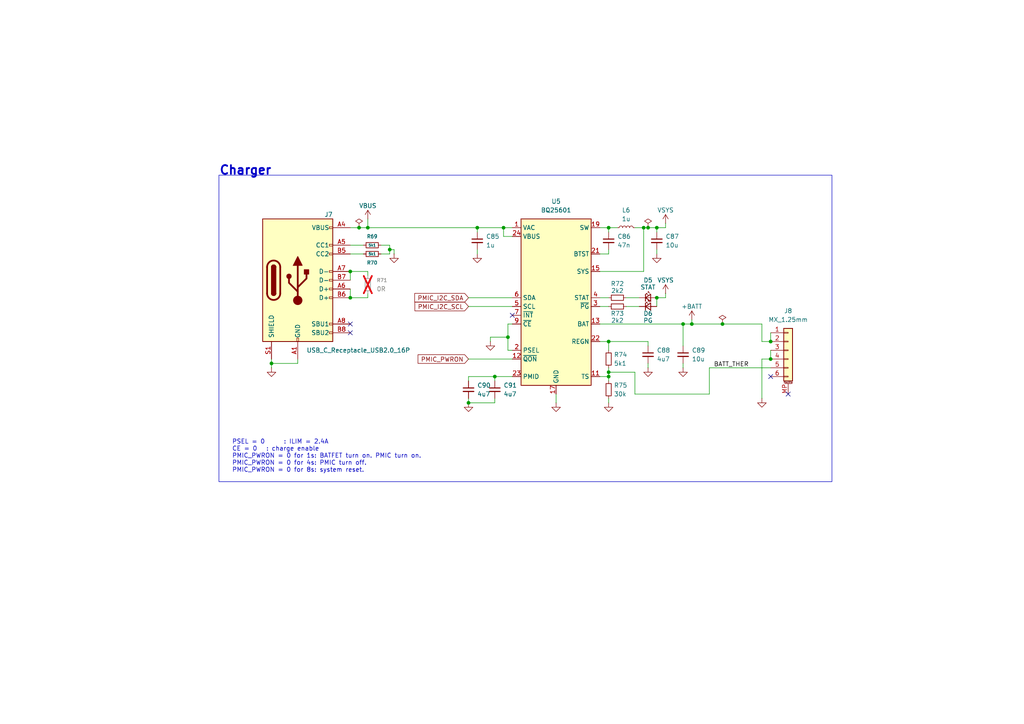
<source format=kicad_sch>
(kicad_sch (version 20250114) (generator "eeschema") (generator_version "9.0")
  (paper "A4")
  (title_block (title "FPGA Zynq7000 Dev Board") (date "2025-07-10") (rev "A"))
  (lib_symbols
    (symbol "Battery_Management:BQ25601"
      (property "Reference" "U" (at -8.89 26.67 0))
      (property "Value" "BQ25601" (at 6.35 26.67 0))
      (symbol "BQ25601_0_1"
        (rectangle (start -10.16 -22.86) (end 10.16 25.4) (stroke (width 0.254)) (fill (type background)))
      )
      (symbol "BQ25601_1_1"
        (pin input line (at -12.7 22.86 0) (length 2.54) (name "VAC") (number "1"))
        (pin power_in line (at -12.7 20.32 0) (length 2.54) (name "VBUS") (number "24"))
        (pin bidirectional line (at -12.7 2.54 0) (length 2.54) (name "SDA") (number "6"))
        (pin input line (at -12.7 0 0) (length 2.54) (name "SCL") (number "5"))
        (pin open_collector line (at -12.7 -2.54 0) (length 2.54) (name "~{INT}") (number "7"))
        (pin input line (at -12.7 -5.08 0) (length 2.54) (name "~{CE}") (number "9"))
        (pin input line (at -12.7 -12.7 0) (length 2.54) (name "PSEL") (number "2"))
        (pin input line (at -12.7 -15.24 0) (length 2.54) (name "~{QON}") (number "12"))
        (pin passive line (at -12.7 -20.32 0) (length 2.54) (name "PMID") (number "23"))
        (pin no_connect line (at -10.16 15.24 0) (length 2.54) (hide yes) (name "NC") (number "8"))
        (pin no_connect line (at -10.16 12.7 0) (length 2.54) (hide yes) (name "NC") (number "10"))
        (pin power_in line (at 0 -25.4 90) (length 2.54) (name "GND") (number "17"))
        (pin passive line (at 0 -25.4 90) (length 2.54) (hide yes) (name "GND") (number "18"))
        (pin passive line (at 0 -25.4 90) (length 2.54) (hide yes) (name "GND") (number "25"))
        (pin passive line (at 12.7 22.86 180) (length 2.54) (name "SW") (number "19"))
        (pin passive line (at 12.7 22.86 180) (length 2.54) (hide yes) (name "SW") (number "20"))
        (pin input line (at 12.7 15.24 180) (length 2.54) (name "BTST") (number "21"))
        (pin passive line (at 12.7 10.16 180) (length 2.54) (name "SYS") (number "15"))
        (pin passive line (at 12.7 10.16 180) (length 2.54) (hide yes) (name "SYS") (number "16"))
        (pin open_collector line (at 12.7 2.54 180) (length 2.54) (name "STAT") (number "4"))
        (pin open_collector line (at 12.7 0 180) (length 2.54) (name "~{PG}") (number "3"))
        (pin power_in line (at 12.7 -5.08 180) (length 2.54) (name "BAT") (number "13"))
        (pin passive line (at 12.7 -5.08 180) (length 2.54) (hide yes) (name "BAT") (number "14"))
        (pin passive line (at 12.7 -10.16 180) (length 2.54) (name "REGN") (number "22"))
        (pin passive line (at 12.7 -20.32 180) (length 2.54) (name "TS") (number "11"))
      )
    )
    (symbol "Connector:USB_C_Receptacle_USB2.0_16P" (pin_names (offset 1.016))
      (property "Reference" "J" (at 0 22.225 0))
      (property "Value" "USB_C_Receptacle_USB2.0_16P" (at 0 19.685 0))
      (symbol "USB_C_Receptacle_USB2.0_16P_0_0"
        (rectangle (start -0.254 -17.78) (end 0.254 -16.764))
        (rectangle (start 10.16 15.494) (end 9.144 14.986))
        (rectangle (start 10.16 10.414) (end 9.144 9.906))
        (rectangle (start 10.16 7.874) (end 9.144 7.366))
        (rectangle (start 10.16 2.794) (end 9.144 2.286))
        (rectangle (start 10.16 0.254) (end 9.144 -0.254))
        (rectangle (start 10.16 -2.286) (end 9.144 -2.794))
        (rectangle (start 10.16 -4.826) (end 9.144 -5.334))
        (rectangle (start 10.16 -12.446) (end 9.144 -12.954))
        (rectangle (start 10.16 -14.986) (end 9.144 -15.494))
      )
      (symbol "USB_C_Receptacle_USB2.0_16P_0_1"
        (rectangle (start -10.16 17.78) (end 10.16 -17.78) (stroke (width 0.254)) (fill (type background)))
        (polyline (pts (xy -8.89 -3.81) (xy -8.89 3.81)) (stroke (width 0.508)))
        (rectangle (start -7.62 -3.81) (end -6.35 3.81) (stroke (width 0.254)) (fill (type outline)))
        (arc (start -7.62 3.81) (mid -6.985 4.4423) (end -6.35 3.81) (stroke (width 0.254)))
        (arc (start -7.62 3.81) (mid -6.985 4.4423) (end -6.35 3.81) (stroke (width 0.254)) (fill (type outline)))
        (arc (start -8.89 3.81) (mid -6.985 5.7067) (end -5.08 3.81) (stroke (width 0.508)))
        (arc (start -5.08 -3.81) (mid -6.985 -5.7067) (end -8.89 -3.81) (stroke (width 0.508)))
        (arc (start -6.35 -3.81) (mid -6.985 -4.4423) (end -7.62 -3.81) (stroke (width 0.254)))
        (arc (start -6.35 -3.81) (mid -6.985 -4.4423) (end -7.62 -3.81) (stroke (width 0.254)) (fill (type outline)))
        (polyline (pts (xy -5.08 3.81) (xy -5.08 -3.81)) (stroke (width 0.508)))
        (circle (center -2.54 1.143) (radius 0.635) (stroke (width 0.254)) (fill (type outline)))
        (polyline (pts (xy -1.27 4.318) (xy 0 6.858) (xy 1.27 4.318) (xy -1.27 4.318)) (stroke (width 0.254)) (fill (type outline)))
        (polyline (pts (xy 0 -2.032) (xy 2.54 0.508) (xy 2.54 1.778)) (stroke (width 0.508)))
        (polyline (pts (xy 0 -3.302) (xy -2.54 -0.762) (xy -2.54 0.508)) (stroke (width 0.508)))
        (polyline (pts (xy 0 -5.842) (xy 0 4.318)) (stroke (width 0.508)))
        (circle (center 0 -5.842) (radius 1.27) (fill (type outline)))
        (rectangle (start 1.905 1.778) (end 3.175 3.048) (stroke (width 0.254)) (fill (type outline)))
      )
      (symbol "USB_C_Receptacle_USB2.0_16P_1_1"
        (pin passive line (at -7.62 -22.86 90) (length 5.08) (name "SHIELD") (number "S1"))
        (pin passive line (at 0 -22.86 90) (length 5.08) (name "GND") (number "A1"))
        (pin passive line (at 0 -22.86 90) (length 5.08) (hide yes) (name "GND") (number "A12"))
        (pin passive line (at 0 -22.86 90) (length 5.08) (hide yes) (name "GND") (number "B1"))
        (pin passive line (at 0 -22.86 90) (length 5.08) (hide yes) (name "GND") (number "B12"))
        (pin passive line (at 15.24 15.24 180) (length 5.08) (name "VBUS") (number "A4"))
        (pin passive line (at 15.24 15.24 180) (length 5.08) (hide yes) (name "VBUS") (number "A9"))
        (pin passive line (at 15.24 15.24 180) (length 5.08) (hide yes) (name "VBUS") (number "B4"))
        (pin passive line (at 15.24 15.24 180) (length 5.08) (hide yes) (name "VBUS") (number "B9"))
        (pin bidirectional line (at 15.24 10.16 180) (length 5.08) (name "CC1") (number "A5"))
        (pin bidirectional line (at 15.24 7.62 180) (length 5.08) (name "CC2") (number "B5"))
        (pin bidirectional line (at 15.24 2.54 180) (length 5.08) (name "D-") (number "A7"))
        (pin bidirectional line (at 15.24 0 180) (length 5.08) (name "D-") (number "B7"))
        (pin bidirectional line (at 15.24 -2.54 180) (length 5.08) (name "D+") (number "A6"))
        (pin bidirectional line (at 15.24 -5.08 180) (length 5.08) (name "D+") (number "B6"))
        (pin bidirectional line (at 15.24 -12.7 180) (length 5.08) (name "SBU1") (number "A8"))
        (pin bidirectional line (at 15.24 -15.24 180) (length 5.08) (name "SBU2") (number "B8"))
      )
    )
    (symbol "Connector_Generic_MountingPin:Conn_01x06_MountingPin" (pin_names (offset 1.016) (hide yes))
      (property "Reference" "J" (at 0 7.62 0))
      (property "Value" "Conn_01x06_MountingPin" (at 1.27 -10.16 0))
      (symbol "Conn_01x06_MountingPin_1_1"
        (rectangle (start -1.27 6.35) (end 1.27 -8.89) (stroke (width 0.254)) (fill (type background)))
        (rectangle (start -1.27 5.207) (end 0 4.953) (stroke (width 0.1524)))
        (rectangle (start -1.27 2.667) (end 0 2.413) (stroke (width 0.1524)))
        (rectangle (start -1.27 0.127) (end 0 -0.127) (stroke (width 0.1524)))
        (rectangle (start -1.27 -2.413) (end 0 -2.667) (stroke (width 0.1524)))
        (rectangle (start -1.27 -4.953) (end 0 -5.207) (stroke (width 0.1524)))
        (rectangle (start -1.27 -7.493) (end 0 -7.747) (stroke (width 0.1524)))
        (polyline (pts (xy -1.016 -9.652) (xy 1.016 -9.652)) (stroke (width 0.1524)))
        (text "Mounting" (at 0 -9.271 0) (effects (font (size 0.381 0.381))))
        (pin passive line (at -5.08 5.08 0) (length 3.81) (name "Pin_1") (number "1"))
        (pin passive line (at -5.08 2.54 0) (length 3.81) (name "Pin_2") (number "2"))
        (pin passive line (at -5.08 0 0) (length 3.81) (name "Pin_3") (number "3"))
        (pin passive line (at -5.08 -2.54 0) (length 3.81) (name "Pin_4") (number "4"))
        (pin passive line (at -5.08 -5.08 0) (length 3.81) (name "Pin_5") (number "5"))
        (pin passive line (at -5.08 -7.62 0) (length 3.81) (name "Pin_6") (number "6"))
        (pin passive line (at 0 -12.7 90) (length 3.048) (name "MountPin") (number "MP"))
      )
    )
    (symbol "Device:C_Small" (pin_numbers (hide yes)) (pin_names (offset 0.254) (hide yes))
      (property "Reference" "C" (at 0.254 1.778 0))
      (property "Value" "C_Small" (at 0.254 -2.032 0))
      (symbol "C_Small_0_1"
        (polyline (pts (xy -1.524 0.508) (xy 1.524 0.508)) (stroke (width 0.3048)))
        (polyline (pts (xy -1.524 -0.508) (xy 1.524 -0.508)) (stroke (width 0.3302)))
      )
      (symbol "C_Small_1_1"
        (pin passive line (at 0 2.54 270) (length 2.032) (name "~") (number "1"))
        (pin passive line (at 0 -2.54 90) (length 2.032) (name "~") (number "2"))
      )
    )
    (symbol "Device:LED_Small" (pin_numbers (hide yes)) (pin_names (offset 0.254) (hide yes))
      (property "Reference" "D" (at -1.27 3.175 0))
      (property "Value" "LED_Small" (at -4.445 -2.54 0))
      (symbol "LED_Small_0_1"
        (polyline (pts (xy -0.762 -1.016) (xy -0.762 1.016)) (stroke (width 0.254)))
        (polyline (pts (xy 0 0.762) (xy -0.508 1.27) (xy -0.254 1.27) (xy -0.508 1.27) (xy -0.508 1.016)))
        (polyline (pts (xy 0.508 1.27) (xy 0 1.778) (xy 0.254 1.778) (xy 0 1.778) (xy 0 1.524)))
        (polyline (pts (xy 0.762 -1.016) (xy -0.762 0) (xy 0.762 1.016) (xy 0.762 -1.016)) (stroke (width 0.254)))
        (polyline (pts (xy 1.016 0) (xy -0.762 0)))
      )
      (symbol "LED_Small_1_1"
        (pin passive line (at -2.54 0 0) (length 1.778) (name "K") (number "1"))
        (pin passive line (at 2.54 0 180) (length 1.778) (name "A") (number "2"))
      )
    )
    (symbol "Device:L_Small" (pin_numbers (hide yes)) (pin_names (offset 0.254) (hide yes))
      (property "Reference" "L" (at 0.762 1.016 0))
      (property "Value" "L_Small" (at 0.762 -1.016 0))
      (symbol "L_Small_0_1"
        (arc (start 0 2.032) (mid 0.5058 1.524) (end 0 1.016))
        (arc (start 0 1.016) (mid 0.5058 0.508) (end 0 0))
        (arc (start 0 0) (mid 0.5058 -0.508) (end 0 -1.016))
        (arc (start 0 -1.016) (mid 0.5058 -1.524) (end 0 -2.032))
      )
      (symbol "L_Small_1_1"
        (pin passive line (at 0 2.54 270) (length 0.508) (name "~") (number "1"))
        (pin passive line (at 0 -2.54 90) (length 0.508) (name "~") (number "2"))
      )
    )
    (symbol "Device:R_Small" (pin_numbers (hide yes)) (pin_names (offset 0.254) (hide yes))
      (property "Reference" "R" (at 0 0 90))
      (property "Value" "R_Small" (at 1.778 0 90))
      (symbol "R_Small_0_1"
        (rectangle (start -0.762 1.778) (end 0.762 -1.778) (stroke (width 0.2032)))
      )
      (symbol "R_Small_1_1"
        (pin passive line (at 0 2.54 270) (length 0.762) (name "~") (number "1"))
        (pin passive line (at 0 -2.54 90) (length 0.762) (name "~") (number "2"))
      )
    )
    (symbol "power:+3V3" (power) (pin_numbers (hide yes)) (pin_names (offset 0) (hide yes))
      (property "Value" "+3V3" (at 0 3.556 0))
      (symbol "+3V3_0_1"
        (polyline (pts (xy -0.762 1.27) (xy 0 2.54)))
        (polyline (pts (xy 0 2.54) (xy 0.762 1.27)))
        (polyline (pts (xy 0 0) (xy 0 2.54)))
      )
      (symbol "+3V3_1_1"
        (pin power_in line (at 0 0 90) (length 0) (name "~") (number "1"))
      )
    )
    (symbol "power:+BATT" (power) (pin_numbers (hide yes)) (pin_names (offset 0) (hide yes))
      (property "Value" "+BATT" (at 0 3.556 0))
      (symbol "+BATT_0_1"
        (polyline (pts (xy -0.762 1.27) (xy 0 2.54)))
        (polyline (pts (xy 0 2.54) (xy 0.762 1.27)))
        (polyline (pts (xy 0 0) (xy 0 2.54)))
      )
      (symbol "+BATT_1_1"
        (pin power_in line (at 0 0 90) (length 0) (name "~") (number "1"))
      )
    )
    (symbol "power:GND" (power) (pin_numbers (hide yes)) (pin_names (offset 0) (hide yes))
      (property "Value" "GND" (at 0 -3.81 0))
      (symbol "GND_0_1"
        (polyline (pts (xy 0 0) (xy 0 -1.27) (xy 1.27 -1.27) (xy 0 -2.54) (xy -1.27 -1.27) (xy 0 -1.27)))
      )
      (symbol "GND_1_1"
        (pin power_in line (at 0 0 270) (length 0) (name "~") (number "1"))
      )
    )
    (symbol "power:PWR_FLAG" (power) (pin_numbers (hide yes)) (pin_names (offset 0) (hide yes))
      (property "Value" "PWR_FLAG" (at 0 3.81 0))
      (symbol "PWR_FLAG_0_0"
        (pin power_out line (at 0 0 90) (length 0) (name "~") (number "1"))
      )
      (symbol "PWR_FLAG_0_1"
        (polyline (pts (xy 0 0) (xy 0 1.27) (xy -1.016 1.905) (xy 0 2.54) (xy 1.016 1.905) (xy 0 1.27)))
      )
    )
    (symbol "power:VDD" (power) (pin_numbers (hide yes)) (pin_names (offset 0) (hide yes))
      (property "Value" "VDD" (at 0 3.556 0))
      (symbol "VDD_0_1"
        (polyline (pts (xy -0.762 1.27) (xy 0 2.54)))
        (polyline (pts (xy 0 2.54) (xy 0.762 1.27)))
        (polyline (pts (xy 0 0) (xy 0 2.54)))
      )
      (symbol "VDD_1_1"
        (pin power_in line (at 0 0 90) (length 0) (name "~") (number "1"))
      )
    )
  )
  (rectangle (start 63.5 50.8) (end 241.3 139.7))
  (text "PSEL = 0	: ILIM = 2.4A\nCE = 0	: charge enable\nPMIC_PWRON = 0 for 1s: BATFET turn on. PMIC turn on.\nPMIC_PWRON = 0 for 4s: PMIC turn off.\nPMIC_PWRON = 0 for 8s: system reset." (at 67.31 137.16 0) (effects (font (size 1.27 1.27)) (justify left bottom)))
  (text "Charger" (at 63.5 49.53 0) (effects (font (size 2.54 2.54) (thickness 0.508) (bold yes)) (justify left)))
  (junction (at 200.66 93.98))
  (junction (at 186.69 66.04))
  (junction (at 78.74 105.41))
  (junction (at 143.51 109.22))
  (junction (at 198.12 93.98))
  (junction (at 135.89 116.84))
  (junction (at 209.55 93.98))
  (junction (at 147.32 97.79))
  (junction (at 176.53 109.22))
  (junction (at 101.6 78.74))
  (junction (at 176.53 99.06))
  (junction (at 190.5 86.36))
  (junction (at 138.43 66.04))
  (junction (at 190.5 66.04))
  (junction (at 146.05 66.04))
  (junction (at 104.14 66.04))
  (junction (at 113.03 72.39))
  (junction (at 176.53 66.04))
  (junction (at 187.96 66.04))
  (junction (at 176.53 107.95))
  (junction (at 223.52 104.14))
  (junction (at 101.6 86.36))
  (junction (at 106.68 66.04))
  (junction (at 223.52 99.06))
  (no_connect (at 101.6 96.52))
  (no_connect (at 101.6 93.98))
  (no_connect (at 228.6 114.3))
  (no_connect (at 148.59 91.44))
  (no_connect (at 223.52 109.22))
  (wire (pts (xy 173.99 86.36) (xy 176.53 86.36)))
  (wire (pts (xy 184.15 114.3) (xy 184.15 107.95)))
  (wire (pts (xy 113.03 71.12) (xy 113.03 72.39)))
  (wire (pts (xy 173.99 93.98) (xy 198.12 93.98)))
  (wire (pts (xy 105.41 73.66) (xy 101.6 73.66)))
  (wire (pts (xy 193.04 64.77) (xy 193.04 66.04)))
  (wire (pts (xy 142.24 97.79) (xy 142.24 99.06)))
  (wire (pts (xy 106.68 85.09) (xy 106.68 86.36)))
  (wire (pts (xy 176.53 99.06) (xy 187.96 99.06)))
  (wire (pts (xy 176.53 66.04) (xy 179.07 66.04)))
  (wire (pts (xy 220.98 104.14) (xy 220.98 115.57)))
  (wire (pts (xy 135.89 115.57) (xy 135.89 116.84)))
  (wire (pts (xy 148.59 66.04) (xy 146.05 66.04)))
  (wire (pts (xy 147.32 97.79) (xy 142.24 97.79)))
  (wire (pts (xy 114.3 73.66) (xy 114.3 72.39)))
  (wire (pts (xy 110.49 73.66) (xy 113.03 73.66)))
  (wire (pts (xy 176.53 106.68) (xy 176.53 107.95)))
  (wire (pts (xy 198.12 93.98) (xy 200.66 93.98)))
  (wire (pts (xy 193.04 66.04) (xy 190.5 66.04)))
  (wire (pts (xy 186.69 66.04) (xy 187.96 66.04)))
  (wire (pts (xy 101.6 86.36) (xy 106.68 86.36)))
  (wire (pts (xy 173.99 99.06) (xy 176.53 99.06)))
  (wire (pts (xy 176.53 107.95) (xy 184.15 107.95)))
  (wire (pts (xy 176.53 107.95) (xy 176.53 109.22)))
  (wire (pts (xy 193.04 85.09) (xy 193.04 86.36)))
  (wire (pts (xy 184.15 114.3) (xy 205.74 114.3)))
  (wire (pts (xy 176.53 67.31) (xy 176.53 66.04)))
  (wire (pts (xy 113.03 71.12) (xy 110.49 71.12)))
  (wire (pts (xy 176.53 109.22) (xy 176.53 110.49)))
  (wire (pts (xy 114.3 72.39) (xy 113.03 72.39)))
  (wire (pts (xy 190.5 86.36) (xy 190.5 88.9)))
  (wire (pts (xy 78.74 104.14) (xy 78.74 105.41)))
  (wire (pts (xy 181.61 86.36) (xy 185.42 86.36)))
  (wire (pts (xy 198.12 105.41) (xy 198.12 106.68)))
  (wire (pts (xy 147.32 93.98) (xy 147.32 97.79)))
  (wire (pts (xy 187.96 66.04) (xy 190.5 66.04)))
  (wire (pts (xy 143.51 109.22) (xy 148.59 109.22)))
  (wire (pts (xy 176.53 99.06) (xy 176.53 101.6)))
  (wire (pts (xy 173.99 88.9) (xy 176.53 88.9)))
  (wire (pts (xy 173.99 109.22) (xy 176.53 109.22)))
  (wire (pts (xy 146.05 66.04) (xy 146.05 68.58)))
  (wire (pts (xy 138.43 72.39) (xy 138.43 73.66)))
  (wire (pts (xy 147.32 101.6) (xy 148.59 101.6)))
  (wire (pts (xy 101.6 78.74) (xy 101.6 81.28)))
  (wire (pts (xy 138.43 66.04) (xy 146.05 66.04)))
  (wire (pts (xy 148.59 93.98) (xy 147.32 93.98)))
  (wire (pts (xy 104.14 66.04) (xy 101.6 66.04)))
  (wire (pts (xy 200.66 93.98) (xy 200.66 92.71)))
  (wire (pts (xy 223.52 101.6) (xy 223.52 104.14)))
  (wire (pts (xy 135.89 110.49) (xy 135.89 109.22)))
  (wire (pts (xy 186.69 78.74) (xy 186.69 66.04)))
  (wire (pts (xy 143.51 110.49) (xy 143.51 109.22)))
  (wire (pts (xy 173.99 66.04) (xy 176.53 66.04)))
  (wire (pts (xy 106.68 66.04) (xy 104.14 66.04)))
  (wire (pts (xy 220.98 93.98) (xy 209.55 93.98)))
  (wire (pts (xy 173.99 73.66) (xy 176.53 73.66)))
  (wire (pts (xy 135.89 86.36) (xy 148.59 86.36)))
  (wire (pts (xy 106.68 78.74) (xy 106.68 80.01)))
  (wire (pts (xy 220.98 93.98) (xy 220.98 99.06)))
  (wire (pts (xy 105.41 71.12) (xy 101.6 71.12)))
  (wire (pts (xy 113.03 73.66) (xy 113.03 72.39)))
  (wire (pts (xy 101.6 83.82) (xy 101.6 86.36)))
  (wire (pts (xy 187.96 100.33) (xy 187.96 99.06)))
  (wire (pts (xy 190.5 72.39) (xy 190.5 73.66)))
  (wire (pts (xy 176.53 115.57) (xy 176.53 116.84)))
  (wire (pts (xy 135.89 88.9) (xy 148.59 88.9)))
  (wire (pts (xy 200.66 93.98) (xy 209.55 93.98)))
  (wire (pts (xy 205.74 106.68) (xy 223.52 106.68)))
  (wire (pts (xy 193.04 86.36) (xy 190.5 86.36)))
  (wire (pts (xy 135.89 104.14) (xy 148.59 104.14)))
  (wire (pts (xy 135.89 109.22) (xy 143.51 109.22)))
  (wire (pts (xy 161.29 114.3) (xy 161.29 116.84)))
  (wire (pts (xy 220.98 104.14) (xy 223.52 104.14)))
  (wire (pts (xy 181.61 88.9) (xy 185.42 88.9)))
  (wire (pts (xy 184.15 66.04) (xy 186.69 66.04)))
  (wire (pts (xy 86.36 105.41) (xy 86.36 104.14)))
  (wire (pts (xy 223.52 96.52) (xy 223.52 99.06)))
  (wire (pts (xy 106.68 66.04) (xy 138.43 66.04)))
  (wire (pts (xy 138.43 66.04) (xy 138.43 67.31)))
  (wire (pts (xy 187.96 105.41) (xy 187.96 106.68)))
  (wire (pts (xy 143.51 115.57) (xy 143.51 116.84)))
  (wire (pts (xy 146.05 68.58) (xy 148.59 68.58)))
  (wire (pts (xy 190.5 67.31) (xy 190.5 66.04)))
  (wire (pts (xy 176.53 72.39) (xy 176.53 73.66)))
  (wire (pts (xy 86.36 105.41) (xy 78.74 105.41)))
  (wire (pts (xy 106.68 63.5) (xy 106.68 66.04)))
  (wire (pts (xy 147.32 97.79) (xy 147.32 101.6)))
  (wire (pts (xy 205.74 106.68) (xy 205.74 114.3)))
  (wire (pts (xy 78.74 105.41) (xy 78.74 106.68)))
  (wire (pts (xy 220.98 99.06) (xy 223.52 99.06)))
  (wire (pts (xy 135.89 116.84) (xy 143.51 116.84)))
  (wire (pts (xy 173.99 78.74) (xy 186.69 78.74)))
  (wire (pts (xy 198.12 93.98) (xy 198.12 100.33)))
  (wire (pts (xy 101.6 78.74) (xy 106.68 78.74)))
  (label "BATT_THER" (at 207.01 106.68 0))
  (global_label "PMIC_PWRON" (shape input) (at 135.89 104.14 180) (property "Intersheetrefs" "${INTERSHEET_REFS}" (effects (hide yes))))
  (global_label "PMIC_I2C_SDA" (shape input) (at 135.89 86.36 180) (property "Intersheetrefs" "${INTERSHEET_REFS}" (effects (hide yes))))
  (global_label "PMIC_I2C_SCL" (shape input) (at 135.89 88.9 180) (property "Intersheetrefs" "${INTERSHEET_REFS}" (effects (hide yes))))
  (symbol (lib_id "power:GND") (at 138.43 73.66 0) (unit 1)
    (property "Reference" "#PWR0116" (effects (hide yes)))
    (property "Value" "GND" (effects (hide yes)))
    (property "Description" "Power symbol creates a global label with name \"GND\" , ground" (effects (hide yes)))
  )
  (symbol (lib_id "Battery_Management:BQ25601") (at 161.29 88.9 0) (unit 1)
    (property "Reference" "U5" (at 161.29 58.42 0))
    (property "Value" "BQ25601" (at 161.29 60.96 0))
    (property "Footprint" "Package_DFN_QFN:Texas_RTW_WQFN-24-1EP_4x4mm_P0.5mm_EP2.7x2.7mm_ThermalVias" (effects (hide yes)))
    (property "Datasheet" "http://www.ti.com/lit/ds/symlink/bq25601.pdf" (effects (hide yes)))
    (property "Description" "I2C Controlled 3A Single-Cell Battery Charger for High Input Voltage and Narrow Voltage DC Power Path Management, WQFN-32" (effects (hide yes)))
  )
  (symbol (lib_id "power:GND") (at 176.53 116.84 0) (unit 1)
    (property "Reference" "#PWR0127" (effects (hide yes)))
    (property "Value" "GND" (effects (hide yes)))
    (property "Description" "Power symbol creates a global label with name \"GND\" , ground" (effects (hide yes)))
  )
  (symbol (lib_id "Device:C_Small") (at 176.53 69.85 0) (unit 1)
    (property "Reference" "C86" (at 179.07 68.5862 0) (effects (justify left)))
    (property "Value" "47n" (at 179.07 71.1262 0) (effects (justify left)))
    (property "Footprint" "Capacitor_SMD:C_0402_1005Metric" (effects (hide yes)))
    (property "Description" "Unpolarized capacitor, small symbol" (effects (hide yes)))
  )
  (symbol (lib_id "Device:C_Small") (at 187.96 102.87 0) (unit 1)
    (property "Reference" "C88" (at 190.5 101.6062 0) (effects (justify left)))
    (property "Value" "4u7" (at 190.5 104.1462 0) (effects (justify left)))
    (property "Footprint" "Capacitor_SMD:C_0402_1005Metric" (effects (hide yes)))
    (property "Description" "Unpolarized capacitor, small symbol" (effects (hide yes)))
  )
  (symbol (lib_id "Device:R_Small") (at 176.53 113.03 0) (unit 1)
    (property "Reference" "R75" (at 178.054 111.76 0) (effects (justify left)))
    (property "Value" "30k" (at 178.054 114.3 0) (effects (justify left)))
    (property "Footprint" "Resistor_SMD:R_0402_1005Metric" (effects (hide yes)))
    (property "Description" "Resistor, small symbol" (effects (hide yes)))
  )
  (symbol (lib_id "Device:R_Small") (at 179.07 86.36 90) (unit 1)
    (property "Reference" "R72" (at 179.07 82.296 90))
    (property "Value" "2k2" (at 179.07 84.328 90))
    (property "Footprint" "Resistor_SMD:R_0402_1005Metric" (effects (hide yes)))
    (property "Description" "Resistor, small symbol" (effects (hide yes)))
  )
  (symbol (lib_id "Connector:USB_C_Receptacle_USB2.0_16P") (at 86.36 81.28 0) (unit 1)
    (property "Reference" "J7" (at 96.52 62.23 0) (effects (justify right)))
    (property "Value" "USB_C_Receptacle_USB2.0_16P" (at 88.9 101.6 0) (effects (justify left)))
    (property "Footprint" "Connector_USB:USB_C_Receptacle_GCT_USB4105-xx-A_16P_TopMnt_Horizontal" (effects (hide yes)))
    (property "Datasheet" "https://www.usb.org/sites/default/files/documents/usb_type-c.zip" (effects (hide yes)))
    (property "Description" "USB 2.0-only 16P Type-C Receptacle connector" (effects (hide yes)))
  )
  (symbol (lib_id "Device:R_Small") (at 176.53 104.14 0) (unit 1)
    (property "Reference" "R74" (at 178.054 102.87 0) (effects (justify left)))
    (property "Value" "5k1" (at 178.054 105.41 0) (effects (justify left)))
    (property "Footprint" "Resistor_SMD:R_0402_1005Metric" (effects (hide yes)))
    (property "Description" "Resistor, small symbol" (effects (hide yes)))
  )
  (symbol (lib_id "power:PWR_FLAG") (at 187.96 66.04 0) (unit 1)
    (property "Reference" "#FLG011" (effects (hide yes)))
    (property "Value" "PWR_FLAG" (effects (hide yes)))
    (property "Description" "Special symbol for telling ERC where power comes from" (effects (hide yes)))
  )
  (symbol (lib_id "Device:R_Small") (at 179.07 88.9 270) (unit 1)
    (property "Reference" "R73" (at 179.07 90.932 90))
    (property "Value" "2k2" (at 179.07 92.964 90))
    (property "Footprint" "Resistor_SMD:R_0402_1005Metric" (effects (hide yes)))
    (property "Description" "Resistor, small symbol" (effects (hide yes)))
  )
  (symbol (lib_id "power:+3V3") (at 106.68 63.5 0) (mirror y) (unit 1)
    (property "Reference" "#PWR0113" (effects (hide yes)))
    (property "Value" "VBUS" (at 106.68 59.69 0))
    (property "Description" "Power symbol creates a global label with name \"+3V3\"" (effects (hide yes)))
  )
  (symbol (lib_id "Connector_Generic_MountingPin:Conn_01x06_MountingPin") (at 228.6 101.6 0) (unit 1)
    (property "Reference" "J8" (at 228.6 90.17 0))
    (property "Value" "MX_1.25mm" (at 228.6 92.71 0))
    (property "Footprint" "Connector_Molex:Molex_PicoBlade_53398-0671_1x06-1MP_P1.25mm_Vertical" (effects (hide yes)))
    (property "Description" "Generic connectable mounting pin connector, single row, 01x06, script generated (kicad-library-utils/schlib/autogen/connector/)" (effects (hide yes)))
  )
  (symbol (lib_id "Device:C_Small") (at 190.5 69.85 0) (unit 1)
    (property "Reference" "C87" (at 193.04 68.5862 0) (effects (justify left)))
    (property "Value" "10u" (at 193.04 71.1262 0) (effects (justify left)))
    (property "Footprint" "Capacitor_SMD:C_0402_1005Metric" (effects (hide yes)))
    (property "Description" "Unpolarized capacitor, small symbol" (effects (hide yes)))
  )
  (symbol (lib_id "Device:C_Small") (at 143.51 113.03 0) (unit 1)
    (property "Reference" "C91" (at 146.05 111.7662 0) (effects (justify left)))
    (property "Value" "4u7" (at 146.05 114.3062 0) (effects (justify left)))
    (property "Footprint" "Capacitor_SMD:C_0402_1005Metric" (effects (hide yes)))
    (property "Description" "Unpolarized capacitor, small symbol" (effects (hide yes)))
  )
  (symbol (lib_id "Device:R_Small") (at 106.68 82.55 0) (unit 1) (dnp yes)
    (property "Reference" "R71" (at 109.22 81.28 0) (effects (font (size 1.016 1.016)) (justify left)))
    (property "Value" "0R" (at 109.22 83.8199 0) (effects (justify left)))
    (property "Footprint" "Resistor_SMD:R_0402_1005Metric" (effects (hide yes)))
    (property "Description" "Resistor, small symbol" (effects (hide yes)))
  )
  (symbol (lib_id "power:+BATT") (at 200.66 92.71 0) (unit 1)
    (property "Reference" "#PWR0119" (effects (hide yes)))
    (property "Value" "+BATT" (at 200.66 88.9 0))
    (property "Description" "Power symbol creates a global label with name \"+BATT\"" (effects (hide yes)))
  )
  (symbol (lib_id "Device:C_Small") (at 135.89 113.03 0) (unit 1)
    (property "Reference" "C90" (at 138.43 111.7662 0) (effects (justify left)))
    (property "Value" "4u7" (at 138.43 114.3062 0) (effects (justify left)))
    (property "Footprint" "Capacitor_SMD:C_0402_1005Metric" (effects (hide yes)))
    (property "Description" "Unpolarized capacitor, small symbol" (effects (hide yes)))
  )
  (symbol (lib_id "Device:LED_Small") (at 187.96 88.9 0) (unit 1)
    (property "Reference" "D6" (at 187.96 90.932 0))
    (property "Value" "PG" (at 187.96 92.964 0))
    (property "Footprint" "LED_SMD:LED_0603_1608Metric" (effects (hide yes)))
    (property "Description" "Light emitting diode, small symbol" (effects (hide yes)))
    (property "Sim.Pin" "1=K 2=A" (effects (hide yes)))
  )
  (symbol (lib_id "Device:C_Small") (at 138.43 69.85 0) (unit 1)
    (property "Reference" "C85" (at 140.97 68.5862 0) (effects (justify left)))
    (property "Value" "1u" (at 140.97 71.1262 0) (effects (justify left)))
    (property "Footprint" "Capacitor_SMD:C_0402_1005Metric" (effects (hide yes)))
    (property "Description" "Unpolarized capacitor, small symbol" (effects (hide yes)))
  )
  (symbol (lib_id "power:GND") (at 198.12 106.68 0) (unit 1)
    (property "Reference" "#PWR0123" (effects (hide yes)))
    (property "Value" "GND" (effects (hide yes)))
    (property "Description" "Power symbol creates a global label with name \"GND\" , ground" (effects (hide yes)))
  )
  (symbol (lib_id "Device:LED_Small") (at 187.96 86.36 0) (unit 1)
    (property "Reference" "D5" (at 187.96 81.28 0))
    (property "Value" "STAT" (at 187.96 83.312 0))
    (property "Footprint" "LED_SMD:LED_0603_1608Metric" (effects (hide yes)))
    (property "Description" "Light emitting diode, small symbol" (effects (hide yes)))
    (property "Sim.Pin" "1=K 2=A" (effects (hide yes)))
  )
  (symbol (lib_id "power:GND") (at 161.29 116.84 0) (unit 1)
    (property "Reference" "#PWR0126" (effects (hide yes)))
    (property "Value" "GND" (effects (hide yes)))
    (property "Description" "Power symbol creates a global label with name \"GND\" , ground" (effects (hide yes)))
  )
  (symbol (lib_id "power:PWR_FLAG") (at 209.55 93.98 0) (unit 1)
    (property "Reference" "#FLG012" (effects (hide yes)))
    (property "Value" "PWR_FLAG" (effects (hide yes)))
    (property "Description" "Special symbol for telling ERC where power comes from" (effects (hide yes)))
  )
  (symbol (lib_id "power:VDD") (at 193.04 64.77 0) (unit 1)
    (property "Reference" "#PWR0114" (effects (hide yes)))
    (property "Value" "VSYS" (at 193.04 60.96 0))
    (property "Description" "Power symbol creates a global label with name \"VDD\"" (effects (hide yes)))
  )
  (symbol (lib_id "power:GND") (at 135.89 116.84 0) (unit 1)
    (property "Reference" "#PWR0125" (effects (hide yes)))
    (property "Value" "GND" (effects (hide yes)))
    (property "Description" "Power symbol creates a global label with name \"GND\" , ground" (effects (hide yes)))
  )
  (symbol (lib_id "power:GND") (at 78.74 106.68 0) (mirror y) (unit 1)
    (property "Reference" "#PWR0121" (effects (hide yes)))
    (property "Value" "GND" (effects (hide yes)))
    (property "Description" "Power symbol creates a global label with name \"GND\" , ground" (effects (hide yes)))
  )
  (symbol (lib_id "Device:C_Small") (at 198.12 102.87 0) (unit 1)
    (property "Reference" "C89" (at 200.66 101.6062 0) (effects (justify left)))
    (property "Value" "10u" (at 200.66 104.1462 0) (effects (justify left)))
    (property "Footprint" "Capacitor_SMD:C_0402_1005Metric" (effects (hide yes)))
    (property "Description" "Unpolarized capacitor, small symbol" (effects (hide yes)))
  )
  (symbol (lib_id "power:GND") (at 190.5 73.66 0) (unit 1)
    (property "Reference" "#PWR0117" (effects (hide yes)))
    (property "Value" "GND" (effects (hide yes)))
    (property "Description" "Power symbol creates a global label with name \"GND\" , ground" (effects (hide yes)))
  )
  (symbol (lib_id "power:GND") (at 142.24 99.06 0) (unit 1)
    (property "Reference" "#PWR0120" (effects (hide yes)))
    (property "Value" "GND" (effects (hide yes)))
    (property "Description" "Power symbol creates a global label with name \"GND\" , ground" (effects (hide yes)))
  )
  (symbol (lib_id "power:GND") (at 220.98 115.57 0) (unit 1)
    (property "Reference" "#PWR0124" (effects (hide yes)))
    (property "Value" "GND" (effects (hide yes)))
    (property "Description" "Power symbol creates a global label with name \"GND\" , ground" (effects (hide yes)))
  )
  (symbol (lib_id "power:VDD") (at 193.04 85.09 0) (unit 1)
    (property "Reference" "#PWR0118" (effects (hide yes)))
    (property "Value" "VSYS" (at 193.04 81.28 0))
    (property "Description" "Power symbol creates a global label with name \"VDD\"" (effects (hide yes)))
  )
  (symbol (lib_id "power:PWR_FLAG") (at 104.14 66.04 0) (unit 1)
    (property "Reference" "#FLG010" (effects (hide yes)))
    (property "Value" "PWR_FLAG" (effects (hide yes)))
    (property "Description" "Special symbol for telling ERC where power comes from" (effects (hide yes)))
  )
  (symbol (lib_id "power:GND") (at 187.96 106.68 0) (unit 1)
    (property "Reference" "#PWR0122" (effects (hide yes)))
    (property "Value" "GND" (effects (hide yes)))
    (property "Description" "Power symbol creates a global label with name \"GND\" , ground" (effects (hide yes)))
  )
  (symbol (lib_id "Device:R_Small") (at 107.95 71.12 270) (mirror x) (unit 1)
    (property "Reference" "R69" (at 107.95 68.58 90) (effects (font (size 1.016 1.016))))
    (property "Value" "5k1" (at 107.95 71.12 90) (effects (font (size 0.762 0.762))))
    (property "Footprint" "Resistor_SMD:R_0402_1005Metric" (effects (hide yes)))
    (property "Description" "Resistor, small symbol" (effects (hide yes)))
  )
  (symbol (lib_id "Device:L_Small") (at 181.61 66.04 90) (unit 1)
    (property "Reference" "L6" (at 181.61 60.96 90))
    (property "Value" "1u" (at 181.61 63.5 90))
    (property "Footprint" "Inductor_SMD:L_Chilisin_BMRA00040420" (effects (hide yes)))
    (property "Description" "Inductor, small symbol" (effects (hide yes)))
  )
  (symbol (lib_id "Device:R_Small") (at 107.95 73.66 270) (mirror x) (unit 1)
    (property "Reference" "R70" (at 107.95 76.2 90) (effects (font (size 1.016 1.016))))
    (property "Value" "5k1" (at 107.95 73.66 90) (effects (font (size 0.762 0.762))))
    (property "Footprint" "Resistor_SMD:R_0402_1005Metric" (effects (hide yes)))
    (property "Description" "Resistor, small symbol" (effects (hide yes)))
  )
  (symbol (lib_id "power:GND") (at 114.3 73.66 0) (mirror y) (unit 1)
    (property "Reference" "#PWR0115" (effects (hide yes)))
    (property "Value" "GND" (effects (hide yes)))
    (property "Description" "Power symbol creates a global label with name \"GND\" , ground" (effects (hide yes)))
  )
)
</source>
